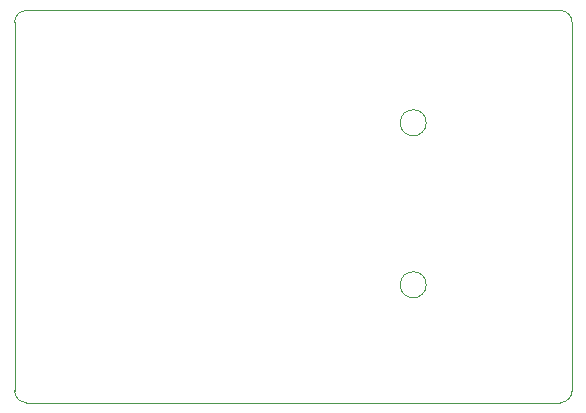
<source format=gm1>
G04 #@! TF.GenerationSoftware,KiCad,Pcbnew,5.1.9-5.1.9*
G04 #@! TF.CreationDate,2021-01-19T08:54:29+01:00*
G04 #@! TF.ProjectId,ublox-breakout,75626c6f-782d-4627-9265-616b6f75742e,rev?*
G04 #@! TF.SameCoordinates,PX71f6ce0PY5d47650*
G04 #@! TF.FileFunction,Profile,NP*
%FSLAX46Y46*%
G04 Gerber Fmt 4.6, Leading zero omitted, Abs format (unit mm)*
G04 Created by KiCad (PCBNEW 5.1.9-5.1.9) date 2021-01-19 08:54:29*
%MOMM*%
%LPD*%
G01*
G04 APERTURE LIST*
G04 #@! TA.AperFunction,Profile*
%ADD10C,0.100000*%
G04 #@! TD*
G04 APERTURE END LIST*
D10*
X34850000Y-9499000D02*
G75*
G03*
X34850000Y-9499000I-1100000J0D01*
G01*
X34850000Y-23215000D02*
G75*
G03*
X34850000Y-23215000I-1100000J0D01*
G01*
X47200000Y-32190000D02*
G75*
G02*
X46200000Y-33190000I-1000000J0D01*
G01*
X46200000Y10000D02*
G75*
G02*
X47200000Y-990000I0J-1000000D01*
G01*
X0Y-990000D02*
G75*
G02*
X1000000Y10000I1000000J0D01*
G01*
X1000000Y-33190000D02*
G75*
G02*
X0Y-32190000I0J1000000D01*
G01*
X1000000Y-33190000D02*
X46200000Y-33190000D01*
X0Y-990000D02*
X0Y-32190000D01*
X46200000Y10000D02*
X1000000Y10000D01*
X47200000Y-32190000D02*
X47200000Y-990000D01*
M02*

</source>
